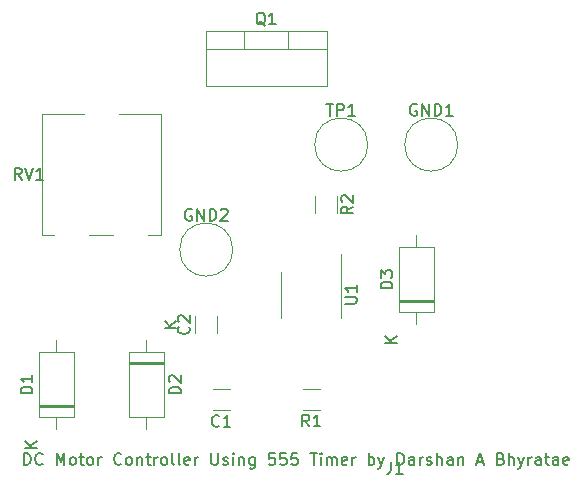
<source format=gbr>
%TF.GenerationSoftware,KiCad,Pcbnew,(5.1.9)-1*%
%TF.CreationDate,2021-03-24T11:57:43+05:30*%
%TF.ProjectId,dcmo,64636d6f-2e6b-4696-9361-645f70636258,rev?*%
%TF.SameCoordinates,Original*%
%TF.FileFunction,Legend,Top*%
%TF.FilePolarity,Positive*%
%FSLAX46Y46*%
G04 Gerber Fmt 4.6, Leading zero omitted, Abs format (unit mm)*
G04 Created by KiCad (PCBNEW (5.1.9)-1) date 2021-03-24 11:57:43*
%MOMM*%
%LPD*%
G01*
G04 APERTURE LIST*
%ADD10C,0.150000*%
%ADD11C,0.120000*%
G04 APERTURE END LIST*
D10*
X117922380Y-113482380D02*
X117922380Y-112482380D01*
X118160476Y-112482380D01*
X118303333Y-112530000D01*
X118398571Y-112625238D01*
X118446190Y-112720476D01*
X118493809Y-112910952D01*
X118493809Y-113053809D01*
X118446190Y-113244285D01*
X118398571Y-113339523D01*
X118303333Y-113434761D01*
X118160476Y-113482380D01*
X117922380Y-113482380D01*
X119493809Y-113387142D02*
X119446190Y-113434761D01*
X119303333Y-113482380D01*
X119208095Y-113482380D01*
X119065238Y-113434761D01*
X118970000Y-113339523D01*
X118922380Y-113244285D01*
X118874761Y-113053809D01*
X118874761Y-112910952D01*
X118922380Y-112720476D01*
X118970000Y-112625238D01*
X119065238Y-112530000D01*
X119208095Y-112482380D01*
X119303333Y-112482380D01*
X119446190Y-112530000D01*
X119493809Y-112577619D01*
X120684285Y-113482380D02*
X120684285Y-112482380D01*
X121017619Y-113196666D01*
X121350952Y-112482380D01*
X121350952Y-113482380D01*
X121970000Y-113482380D02*
X121874761Y-113434761D01*
X121827142Y-113387142D01*
X121779523Y-113291904D01*
X121779523Y-113006190D01*
X121827142Y-112910952D01*
X121874761Y-112863333D01*
X121970000Y-112815714D01*
X122112857Y-112815714D01*
X122208095Y-112863333D01*
X122255714Y-112910952D01*
X122303333Y-113006190D01*
X122303333Y-113291904D01*
X122255714Y-113387142D01*
X122208095Y-113434761D01*
X122112857Y-113482380D01*
X121970000Y-113482380D01*
X122589047Y-112815714D02*
X122970000Y-112815714D01*
X122731904Y-112482380D02*
X122731904Y-113339523D01*
X122779523Y-113434761D01*
X122874761Y-113482380D01*
X122970000Y-113482380D01*
X123446190Y-113482380D02*
X123350952Y-113434761D01*
X123303333Y-113387142D01*
X123255714Y-113291904D01*
X123255714Y-113006190D01*
X123303333Y-112910952D01*
X123350952Y-112863333D01*
X123446190Y-112815714D01*
X123589047Y-112815714D01*
X123684285Y-112863333D01*
X123731904Y-112910952D01*
X123779523Y-113006190D01*
X123779523Y-113291904D01*
X123731904Y-113387142D01*
X123684285Y-113434761D01*
X123589047Y-113482380D01*
X123446190Y-113482380D01*
X124208095Y-113482380D02*
X124208095Y-112815714D01*
X124208095Y-113006190D02*
X124255714Y-112910952D01*
X124303333Y-112863333D01*
X124398571Y-112815714D01*
X124493809Y-112815714D01*
X126160476Y-113387142D02*
X126112857Y-113434761D01*
X125970000Y-113482380D01*
X125874761Y-113482380D01*
X125731904Y-113434761D01*
X125636666Y-113339523D01*
X125589047Y-113244285D01*
X125541428Y-113053809D01*
X125541428Y-112910952D01*
X125589047Y-112720476D01*
X125636666Y-112625238D01*
X125731904Y-112530000D01*
X125874761Y-112482380D01*
X125970000Y-112482380D01*
X126112857Y-112530000D01*
X126160476Y-112577619D01*
X126731904Y-113482380D02*
X126636666Y-113434761D01*
X126589047Y-113387142D01*
X126541428Y-113291904D01*
X126541428Y-113006190D01*
X126589047Y-112910952D01*
X126636666Y-112863333D01*
X126731904Y-112815714D01*
X126874761Y-112815714D01*
X126970000Y-112863333D01*
X127017619Y-112910952D01*
X127065238Y-113006190D01*
X127065238Y-113291904D01*
X127017619Y-113387142D01*
X126970000Y-113434761D01*
X126874761Y-113482380D01*
X126731904Y-113482380D01*
X127493809Y-112815714D02*
X127493809Y-113482380D01*
X127493809Y-112910952D02*
X127541428Y-112863333D01*
X127636666Y-112815714D01*
X127779523Y-112815714D01*
X127874761Y-112863333D01*
X127922380Y-112958571D01*
X127922380Y-113482380D01*
X128255714Y-112815714D02*
X128636666Y-112815714D01*
X128398571Y-112482380D02*
X128398571Y-113339523D01*
X128446190Y-113434761D01*
X128541428Y-113482380D01*
X128636666Y-113482380D01*
X128970000Y-113482380D02*
X128970000Y-112815714D01*
X128970000Y-113006190D02*
X129017619Y-112910952D01*
X129065238Y-112863333D01*
X129160476Y-112815714D01*
X129255714Y-112815714D01*
X129731904Y-113482380D02*
X129636666Y-113434761D01*
X129589047Y-113387142D01*
X129541428Y-113291904D01*
X129541428Y-113006190D01*
X129589047Y-112910952D01*
X129636666Y-112863333D01*
X129731904Y-112815714D01*
X129874761Y-112815714D01*
X129970000Y-112863333D01*
X130017619Y-112910952D01*
X130065238Y-113006190D01*
X130065238Y-113291904D01*
X130017619Y-113387142D01*
X129970000Y-113434761D01*
X129874761Y-113482380D01*
X129731904Y-113482380D01*
X130636666Y-113482380D02*
X130541428Y-113434761D01*
X130493809Y-113339523D01*
X130493809Y-112482380D01*
X131160476Y-113482380D02*
X131065238Y-113434761D01*
X131017619Y-113339523D01*
X131017619Y-112482380D01*
X131922380Y-113434761D02*
X131827142Y-113482380D01*
X131636666Y-113482380D01*
X131541428Y-113434761D01*
X131493809Y-113339523D01*
X131493809Y-112958571D01*
X131541428Y-112863333D01*
X131636666Y-112815714D01*
X131827142Y-112815714D01*
X131922380Y-112863333D01*
X131970000Y-112958571D01*
X131970000Y-113053809D01*
X131493809Y-113149047D01*
X132398571Y-113482380D02*
X132398571Y-112815714D01*
X132398571Y-113006190D02*
X132446190Y-112910952D01*
X132493809Y-112863333D01*
X132589047Y-112815714D01*
X132684285Y-112815714D01*
X133779523Y-112482380D02*
X133779523Y-113291904D01*
X133827142Y-113387142D01*
X133874761Y-113434761D01*
X133970000Y-113482380D01*
X134160476Y-113482380D01*
X134255714Y-113434761D01*
X134303333Y-113387142D01*
X134350952Y-113291904D01*
X134350952Y-112482380D01*
X134779523Y-113434761D02*
X134874761Y-113482380D01*
X135065238Y-113482380D01*
X135160476Y-113434761D01*
X135208095Y-113339523D01*
X135208095Y-113291904D01*
X135160476Y-113196666D01*
X135065238Y-113149047D01*
X134922380Y-113149047D01*
X134827142Y-113101428D01*
X134779523Y-113006190D01*
X134779523Y-112958571D01*
X134827142Y-112863333D01*
X134922380Y-112815714D01*
X135065238Y-112815714D01*
X135160476Y-112863333D01*
X135636666Y-113482380D02*
X135636666Y-112815714D01*
X135636666Y-112482380D02*
X135589047Y-112530000D01*
X135636666Y-112577619D01*
X135684285Y-112530000D01*
X135636666Y-112482380D01*
X135636666Y-112577619D01*
X136112857Y-112815714D02*
X136112857Y-113482380D01*
X136112857Y-112910952D02*
X136160476Y-112863333D01*
X136255714Y-112815714D01*
X136398571Y-112815714D01*
X136493809Y-112863333D01*
X136541428Y-112958571D01*
X136541428Y-113482380D01*
X137446190Y-112815714D02*
X137446190Y-113625238D01*
X137398571Y-113720476D01*
X137350952Y-113768095D01*
X137255714Y-113815714D01*
X137112857Y-113815714D01*
X137017619Y-113768095D01*
X137446190Y-113434761D02*
X137350952Y-113482380D01*
X137160476Y-113482380D01*
X137065238Y-113434761D01*
X137017619Y-113387142D01*
X136970000Y-113291904D01*
X136970000Y-113006190D01*
X137017619Y-112910952D01*
X137065238Y-112863333D01*
X137160476Y-112815714D01*
X137350952Y-112815714D01*
X137446190Y-112863333D01*
X139160476Y-112482380D02*
X138684285Y-112482380D01*
X138636666Y-112958571D01*
X138684285Y-112910952D01*
X138779523Y-112863333D01*
X139017619Y-112863333D01*
X139112857Y-112910952D01*
X139160476Y-112958571D01*
X139208095Y-113053809D01*
X139208095Y-113291904D01*
X139160476Y-113387142D01*
X139112857Y-113434761D01*
X139017619Y-113482380D01*
X138779523Y-113482380D01*
X138684285Y-113434761D01*
X138636666Y-113387142D01*
X140112857Y-112482380D02*
X139636666Y-112482380D01*
X139589047Y-112958571D01*
X139636666Y-112910952D01*
X139731904Y-112863333D01*
X139970000Y-112863333D01*
X140065238Y-112910952D01*
X140112857Y-112958571D01*
X140160476Y-113053809D01*
X140160476Y-113291904D01*
X140112857Y-113387142D01*
X140065238Y-113434761D01*
X139970000Y-113482380D01*
X139731904Y-113482380D01*
X139636666Y-113434761D01*
X139589047Y-113387142D01*
X141065238Y-112482380D02*
X140589047Y-112482380D01*
X140541428Y-112958571D01*
X140589047Y-112910952D01*
X140684285Y-112863333D01*
X140922380Y-112863333D01*
X141017619Y-112910952D01*
X141065238Y-112958571D01*
X141112857Y-113053809D01*
X141112857Y-113291904D01*
X141065238Y-113387142D01*
X141017619Y-113434761D01*
X140922380Y-113482380D01*
X140684285Y-113482380D01*
X140589047Y-113434761D01*
X140541428Y-113387142D01*
X142160476Y-112482380D02*
X142731904Y-112482380D01*
X142446190Y-113482380D02*
X142446190Y-112482380D01*
X143065238Y-113482380D02*
X143065238Y-112815714D01*
X143065238Y-112482380D02*
X143017619Y-112530000D01*
X143065238Y-112577619D01*
X143112857Y-112530000D01*
X143065238Y-112482380D01*
X143065238Y-112577619D01*
X143541428Y-113482380D02*
X143541428Y-112815714D01*
X143541428Y-112910952D02*
X143589047Y-112863333D01*
X143684285Y-112815714D01*
X143827142Y-112815714D01*
X143922380Y-112863333D01*
X143970000Y-112958571D01*
X143970000Y-113482380D01*
X143970000Y-112958571D02*
X144017619Y-112863333D01*
X144112857Y-112815714D01*
X144255714Y-112815714D01*
X144350952Y-112863333D01*
X144398571Y-112958571D01*
X144398571Y-113482380D01*
X145255714Y-113434761D02*
X145160476Y-113482380D01*
X144970000Y-113482380D01*
X144874761Y-113434761D01*
X144827142Y-113339523D01*
X144827142Y-112958571D01*
X144874761Y-112863333D01*
X144970000Y-112815714D01*
X145160476Y-112815714D01*
X145255714Y-112863333D01*
X145303333Y-112958571D01*
X145303333Y-113053809D01*
X144827142Y-113149047D01*
X145731904Y-113482380D02*
X145731904Y-112815714D01*
X145731904Y-113006190D02*
X145779523Y-112910952D01*
X145827142Y-112863333D01*
X145922380Y-112815714D01*
X146017619Y-112815714D01*
X147112857Y-113482380D02*
X147112857Y-112482380D01*
X147112857Y-112863333D02*
X147208095Y-112815714D01*
X147398571Y-112815714D01*
X147493809Y-112863333D01*
X147541428Y-112910952D01*
X147589047Y-113006190D01*
X147589047Y-113291904D01*
X147541428Y-113387142D01*
X147493809Y-113434761D01*
X147398571Y-113482380D01*
X147208095Y-113482380D01*
X147112857Y-113434761D01*
X147922380Y-112815714D02*
X148160476Y-113482380D01*
X148398571Y-112815714D02*
X148160476Y-113482380D01*
X148065238Y-113720476D01*
X148017619Y-113768095D01*
X147922380Y-113815714D01*
X149541428Y-113482380D02*
X149541428Y-112482380D01*
X149779523Y-112482380D01*
X149922380Y-112530000D01*
X150017619Y-112625238D01*
X150065238Y-112720476D01*
X150112857Y-112910952D01*
X150112857Y-113053809D01*
X150065238Y-113244285D01*
X150017619Y-113339523D01*
X149922380Y-113434761D01*
X149779523Y-113482380D01*
X149541428Y-113482380D01*
X150970000Y-113482380D02*
X150970000Y-112958571D01*
X150922380Y-112863333D01*
X150827142Y-112815714D01*
X150636666Y-112815714D01*
X150541428Y-112863333D01*
X150970000Y-113434761D02*
X150874761Y-113482380D01*
X150636666Y-113482380D01*
X150541428Y-113434761D01*
X150493809Y-113339523D01*
X150493809Y-113244285D01*
X150541428Y-113149047D01*
X150636666Y-113101428D01*
X150874761Y-113101428D01*
X150970000Y-113053809D01*
X151446190Y-113482380D02*
X151446190Y-112815714D01*
X151446190Y-113006190D02*
X151493809Y-112910952D01*
X151541428Y-112863333D01*
X151636666Y-112815714D01*
X151731904Y-112815714D01*
X152017619Y-113434761D02*
X152112857Y-113482380D01*
X152303333Y-113482380D01*
X152398571Y-113434761D01*
X152446190Y-113339523D01*
X152446190Y-113291904D01*
X152398571Y-113196666D01*
X152303333Y-113149047D01*
X152160476Y-113149047D01*
X152065238Y-113101428D01*
X152017619Y-113006190D01*
X152017619Y-112958571D01*
X152065238Y-112863333D01*
X152160476Y-112815714D01*
X152303333Y-112815714D01*
X152398571Y-112863333D01*
X152874761Y-113482380D02*
X152874761Y-112482380D01*
X153303333Y-113482380D02*
X153303333Y-112958571D01*
X153255714Y-112863333D01*
X153160476Y-112815714D01*
X153017619Y-112815714D01*
X152922380Y-112863333D01*
X152874761Y-112910952D01*
X154208095Y-113482380D02*
X154208095Y-112958571D01*
X154160476Y-112863333D01*
X154065238Y-112815714D01*
X153874761Y-112815714D01*
X153779523Y-112863333D01*
X154208095Y-113434761D02*
X154112857Y-113482380D01*
X153874761Y-113482380D01*
X153779523Y-113434761D01*
X153731904Y-113339523D01*
X153731904Y-113244285D01*
X153779523Y-113149047D01*
X153874761Y-113101428D01*
X154112857Y-113101428D01*
X154208095Y-113053809D01*
X154684285Y-112815714D02*
X154684285Y-113482380D01*
X154684285Y-112910952D02*
X154731904Y-112863333D01*
X154827142Y-112815714D01*
X154970000Y-112815714D01*
X155065238Y-112863333D01*
X155112857Y-112958571D01*
X155112857Y-113482380D01*
X156303333Y-113196666D02*
X156779523Y-113196666D01*
X156208095Y-113482380D02*
X156541428Y-112482380D01*
X156874761Y-113482380D01*
X158303333Y-112958571D02*
X158446190Y-113006190D01*
X158493809Y-113053809D01*
X158541428Y-113149047D01*
X158541428Y-113291904D01*
X158493809Y-113387142D01*
X158446190Y-113434761D01*
X158350952Y-113482380D01*
X157970000Y-113482380D01*
X157970000Y-112482380D01*
X158303333Y-112482380D01*
X158398571Y-112530000D01*
X158446190Y-112577619D01*
X158493809Y-112672857D01*
X158493809Y-112768095D01*
X158446190Y-112863333D01*
X158398571Y-112910952D01*
X158303333Y-112958571D01*
X157970000Y-112958571D01*
X158970000Y-113482380D02*
X158970000Y-112482380D01*
X159398571Y-113482380D02*
X159398571Y-112958571D01*
X159350952Y-112863333D01*
X159255714Y-112815714D01*
X159112857Y-112815714D01*
X159017619Y-112863333D01*
X158970000Y-112910952D01*
X159779523Y-112815714D02*
X160017619Y-113482380D01*
X160255714Y-112815714D02*
X160017619Y-113482380D01*
X159922380Y-113720476D01*
X159874761Y-113768095D01*
X159779523Y-113815714D01*
X160636666Y-113482380D02*
X160636666Y-112815714D01*
X160636666Y-113006190D02*
X160684285Y-112910952D01*
X160731904Y-112863333D01*
X160827142Y-112815714D01*
X160922380Y-112815714D01*
X161684285Y-113482380D02*
X161684285Y-112958571D01*
X161636666Y-112863333D01*
X161541428Y-112815714D01*
X161350952Y-112815714D01*
X161255714Y-112863333D01*
X161684285Y-113434761D02*
X161589047Y-113482380D01*
X161350952Y-113482380D01*
X161255714Y-113434761D01*
X161208095Y-113339523D01*
X161208095Y-113244285D01*
X161255714Y-113149047D01*
X161350952Y-113101428D01*
X161589047Y-113101428D01*
X161684285Y-113053809D01*
X162017619Y-112815714D02*
X162398571Y-112815714D01*
X162160476Y-112482380D02*
X162160476Y-113339523D01*
X162208095Y-113434761D01*
X162303333Y-113482380D01*
X162398571Y-113482380D01*
X163160476Y-113482380D02*
X163160476Y-112958571D01*
X163112857Y-112863333D01*
X163017619Y-112815714D01*
X162827142Y-112815714D01*
X162731904Y-112863333D01*
X163160476Y-113434761D02*
X163065238Y-113482380D01*
X162827142Y-113482380D01*
X162731904Y-113434761D01*
X162684285Y-113339523D01*
X162684285Y-113244285D01*
X162731904Y-113149047D01*
X162827142Y-113101428D01*
X163065238Y-113101428D01*
X163160476Y-113053809D01*
X164017619Y-113434761D02*
X163922380Y-113482380D01*
X163731904Y-113482380D01*
X163636666Y-113434761D01*
X163589047Y-113339523D01*
X163589047Y-112958571D01*
X163636666Y-112863333D01*
X163731904Y-112815714D01*
X163922380Y-112815714D01*
X164017619Y-112863333D01*
X164065238Y-112958571D01*
X164065238Y-113053809D01*
X163589047Y-113149047D01*
D11*
%TO.C,U1*%
X144800000Y-99060000D02*
X144800000Y-95610000D01*
X144800000Y-99060000D02*
X144800000Y-101010000D01*
X139680000Y-99060000D02*
X139680000Y-97110000D01*
X139680000Y-99060000D02*
X139680000Y-101010000D01*
%TO.C,TP1*%
X147030000Y-86360000D02*
G75*
G03*
X147030000Y-86360000I-2250000J0D01*
G01*
%TO.C,RV1*%
X119439000Y-94020000D02*
X119439000Y-83780000D01*
X129480000Y-94020000D02*
X129480000Y-83780000D01*
X119439000Y-94020000D02*
X120469000Y-94020000D01*
X123451000Y-94020000D02*
X125470000Y-94020000D01*
X128450000Y-94020000D02*
X129480000Y-94020000D01*
X119439000Y-83780000D02*
X122970000Y-83780000D01*
X125950000Y-83780000D02*
X129480000Y-83780000D01*
%TO.C,R2*%
X144420000Y-90712936D02*
X144420000Y-92167064D01*
X142600000Y-90712936D02*
X142600000Y-92167064D01*
%TO.C,R1*%
X142967064Y-108860000D02*
X141512936Y-108860000D01*
X142967064Y-107040000D02*
X141512936Y-107040000D01*
%TO.C,Q1*%
X133310000Y-76740000D02*
X143550000Y-76740000D01*
X133310000Y-81381000D02*
X143550000Y-81381000D01*
X133310000Y-76740000D02*
X133310000Y-81381000D01*
X143550000Y-76740000D02*
X143550000Y-81381000D01*
X133310000Y-78250000D02*
X143550000Y-78250000D01*
X136580000Y-76740000D02*
X136580000Y-78250000D01*
X140281000Y-76740000D02*
X140281000Y-78250000D01*
%TO.C,GND2*%
X135600000Y-95250000D02*
G75*
G03*
X135600000Y-95250000I-2250000J0D01*
G01*
%TO.C,GND1*%
X154650000Y-86360000D02*
G75*
G03*
X154650000Y-86360000I-2250000J0D01*
G01*
%TO.C,D3*%
X149660000Y-100510000D02*
X152600000Y-100510000D01*
X152600000Y-100510000D02*
X152600000Y-95070000D01*
X152600000Y-95070000D02*
X149660000Y-95070000D01*
X149660000Y-95070000D02*
X149660000Y-100510000D01*
X151130000Y-101530000D02*
X151130000Y-100510000D01*
X151130000Y-94050000D02*
X151130000Y-95070000D01*
X149660000Y-99610000D02*
X152600000Y-99610000D01*
X149660000Y-99490000D02*
X152600000Y-99490000D01*
X149660000Y-99730000D02*
X152600000Y-99730000D01*
%TO.C,D2*%
X129740000Y-103960000D02*
X126800000Y-103960000D01*
X126800000Y-103960000D02*
X126800000Y-109400000D01*
X126800000Y-109400000D02*
X129740000Y-109400000D01*
X129740000Y-109400000D02*
X129740000Y-103960000D01*
X128270000Y-102940000D02*
X128270000Y-103960000D01*
X128270000Y-110420000D02*
X128270000Y-109400000D01*
X129740000Y-104860000D02*
X126800000Y-104860000D01*
X129740000Y-104980000D02*
X126800000Y-104980000D01*
X129740000Y-104740000D02*
X126800000Y-104740000D01*
%TO.C,D1*%
X119180000Y-109400000D02*
X122120000Y-109400000D01*
X122120000Y-109400000D02*
X122120000Y-103960000D01*
X122120000Y-103960000D02*
X119180000Y-103960000D01*
X119180000Y-103960000D02*
X119180000Y-109400000D01*
X120650000Y-110420000D02*
X120650000Y-109400000D01*
X120650000Y-102940000D02*
X120650000Y-103960000D01*
X119180000Y-108500000D02*
X122120000Y-108500000D01*
X119180000Y-108380000D02*
X122120000Y-108380000D01*
X119180000Y-108620000D02*
X122120000Y-108620000D01*
%TO.C,C2*%
X132440000Y-102311252D02*
X132440000Y-100888748D01*
X134260000Y-102311252D02*
X134260000Y-100888748D01*
%TO.C,C1*%
X135331252Y-108860000D02*
X133908748Y-108860000D01*
X135331252Y-107040000D02*
X133908748Y-107040000D01*
%TO.C,U1*%
D10*
X145092380Y-99821904D02*
X145901904Y-99821904D01*
X145997142Y-99774285D01*
X146044761Y-99726666D01*
X146092380Y-99631428D01*
X146092380Y-99440952D01*
X146044761Y-99345714D01*
X145997142Y-99298095D01*
X145901904Y-99250476D01*
X145092380Y-99250476D01*
X146092380Y-98250476D02*
X146092380Y-98821904D01*
X146092380Y-98536190D02*
X145092380Y-98536190D01*
X145235238Y-98631428D01*
X145330476Y-98726666D01*
X145378095Y-98821904D01*
%TO.C,TP1*%
X143518095Y-82914380D02*
X144089523Y-82914380D01*
X143803809Y-83914380D02*
X143803809Y-82914380D01*
X144422857Y-83914380D02*
X144422857Y-82914380D01*
X144803809Y-82914380D01*
X144899047Y-82962000D01*
X144946666Y-83009619D01*
X144994285Y-83104857D01*
X144994285Y-83247714D01*
X144946666Y-83342952D01*
X144899047Y-83390571D01*
X144803809Y-83438190D01*
X144422857Y-83438190D01*
X145946666Y-83914380D02*
X145375238Y-83914380D01*
X145660952Y-83914380D02*
X145660952Y-82914380D01*
X145565714Y-83057238D01*
X145470476Y-83152476D01*
X145375238Y-83200095D01*
%TO.C,RV1*%
X117714761Y-89352380D02*
X117381428Y-88876190D01*
X117143333Y-89352380D02*
X117143333Y-88352380D01*
X117524285Y-88352380D01*
X117619523Y-88400000D01*
X117667142Y-88447619D01*
X117714761Y-88542857D01*
X117714761Y-88685714D01*
X117667142Y-88780952D01*
X117619523Y-88828571D01*
X117524285Y-88876190D01*
X117143333Y-88876190D01*
X118000476Y-88352380D02*
X118333809Y-89352380D01*
X118667142Y-88352380D01*
X119524285Y-89352380D02*
X118952857Y-89352380D01*
X119238571Y-89352380D02*
X119238571Y-88352380D01*
X119143333Y-88495238D01*
X119048095Y-88590476D01*
X118952857Y-88638095D01*
%TO.C,R2*%
X145782380Y-91606666D02*
X145306190Y-91940000D01*
X145782380Y-92178095D02*
X144782380Y-92178095D01*
X144782380Y-91797142D01*
X144830000Y-91701904D01*
X144877619Y-91654285D01*
X144972857Y-91606666D01*
X145115714Y-91606666D01*
X145210952Y-91654285D01*
X145258571Y-91701904D01*
X145306190Y-91797142D01*
X145306190Y-92178095D01*
X144877619Y-91225714D02*
X144830000Y-91178095D01*
X144782380Y-91082857D01*
X144782380Y-90844761D01*
X144830000Y-90749523D01*
X144877619Y-90701904D01*
X144972857Y-90654285D01*
X145068095Y-90654285D01*
X145210952Y-90701904D01*
X145782380Y-91273333D01*
X145782380Y-90654285D01*
%TO.C,R1*%
X142073333Y-110222380D02*
X141740000Y-109746190D01*
X141501904Y-110222380D02*
X141501904Y-109222380D01*
X141882857Y-109222380D01*
X141978095Y-109270000D01*
X142025714Y-109317619D01*
X142073333Y-109412857D01*
X142073333Y-109555714D01*
X142025714Y-109650952D01*
X141978095Y-109698571D01*
X141882857Y-109746190D01*
X141501904Y-109746190D01*
X143025714Y-110222380D02*
X142454285Y-110222380D01*
X142740000Y-110222380D02*
X142740000Y-109222380D01*
X142644761Y-109365238D01*
X142549523Y-109460476D01*
X142454285Y-109508095D01*
%TO.C,Q1*%
X138334761Y-76287619D02*
X138239523Y-76240000D01*
X138144285Y-76144761D01*
X138001428Y-76001904D01*
X137906190Y-75954285D01*
X137810952Y-75954285D01*
X137858571Y-76192380D02*
X137763333Y-76144761D01*
X137668095Y-76049523D01*
X137620476Y-75859047D01*
X137620476Y-75525714D01*
X137668095Y-75335238D01*
X137763333Y-75240000D01*
X137858571Y-75192380D01*
X138049047Y-75192380D01*
X138144285Y-75240000D01*
X138239523Y-75335238D01*
X138287142Y-75525714D01*
X138287142Y-75859047D01*
X138239523Y-76049523D01*
X138144285Y-76144761D01*
X138049047Y-76192380D01*
X137858571Y-76192380D01*
X139239523Y-76192380D02*
X138668095Y-76192380D01*
X138953809Y-76192380D02*
X138953809Y-75192380D01*
X138858571Y-75335238D01*
X138763333Y-75430476D01*
X138668095Y-75478095D01*
%TO.C,J1*%
X148996666Y-113212380D02*
X148996666Y-113926666D01*
X148949047Y-114069523D01*
X148853809Y-114164761D01*
X148710952Y-114212380D01*
X148615714Y-114212380D01*
X149996666Y-114212380D02*
X149425238Y-114212380D01*
X149710952Y-114212380D02*
X149710952Y-113212380D01*
X149615714Y-113355238D01*
X149520476Y-113450476D01*
X149425238Y-113498095D01*
%TO.C,GND2*%
X132111904Y-91852000D02*
X132016666Y-91804380D01*
X131873809Y-91804380D01*
X131730952Y-91852000D01*
X131635714Y-91947238D01*
X131588095Y-92042476D01*
X131540476Y-92232952D01*
X131540476Y-92375809D01*
X131588095Y-92566285D01*
X131635714Y-92661523D01*
X131730952Y-92756761D01*
X131873809Y-92804380D01*
X131969047Y-92804380D01*
X132111904Y-92756761D01*
X132159523Y-92709142D01*
X132159523Y-92375809D01*
X131969047Y-92375809D01*
X132588095Y-92804380D02*
X132588095Y-91804380D01*
X133159523Y-92804380D01*
X133159523Y-91804380D01*
X133635714Y-92804380D02*
X133635714Y-91804380D01*
X133873809Y-91804380D01*
X134016666Y-91852000D01*
X134111904Y-91947238D01*
X134159523Y-92042476D01*
X134207142Y-92232952D01*
X134207142Y-92375809D01*
X134159523Y-92566285D01*
X134111904Y-92661523D01*
X134016666Y-92756761D01*
X133873809Y-92804380D01*
X133635714Y-92804380D01*
X134588095Y-91899619D02*
X134635714Y-91852000D01*
X134730952Y-91804380D01*
X134969047Y-91804380D01*
X135064285Y-91852000D01*
X135111904Y-91899619D01*
X135159523Y-91994857D01*
X135159523Y-92090095D01*
X135111904Y-92232952D01*
X134540476Y-92804380D01*
X135159523Y-92804380D01*
%TO.C,GND1*%
X151161904Y-82962000D02*
X151066666Y-82914380D01*
X150923809Y-82914380D01*
X150780952Y-82962000D01*
X150685714Y-83057238D01*
X150638095Y-83152476D01*
X150590476Y-83342952D01*
X150590476Y-83485809D01*
X150638095Y-83676285D01*
X150685714Y-83771523D01*
X150780952Y-83866761D01*
X150923809Y-83914380D01*
X151019047Y-83914380D01*
X151161904Y-83866761D01*
X151209523Y-83819142D01*
X151209523Y-83485809D01*
X151019047Y-83485809D01*
X151638095Y-83914380D02*
X151638095Y-82914380D01*
X152209523Y-83914380D01*
X152209523Y-82914380D01*
X152685714Y-83914380D02*
X152685714Y-82914380D01*
X152923809Y-82914380D01*
X153066666Y-82962000D01*
X153161904Y-83057238D01*
X153209523Y-83152476D01*
X153257142Y-83342952D01*
X153257142Y-83485809D01*
X153209523Y-83676285D01*
X153161904Y-83771523D01*
X153066666Y-83866761D01*
X152923809Y-83914380D01*
X152685714Y-83914380D01*
X154209523Y-83914380D02*
X153638095Y-83914380D01*
X153923809Y-83914380D02*
X153923809Y-82914380D01*
X153828571Y-83057238D01*
X153733333Y-83152476D01*
X153638095Y-83200095D01*
%TO.C,D3*%
X149112380Y-98528095D02*
X148112380Y-98528095D01*
X148112380Y-98290000D01*
X148160000Y-98147142D01*
X148255238Y-98051904D01*
X148350476Y-98004285D01*
X148540952Y-97956666D01*
X148683809Y-97956666D01*
X148874285Y-98004285D01*
X148969523Y-98051904D01*
X149064761Y-98147142D01*
X149112380Y-98290000D01*
X149112380Y-98528095D01*
X148112380Y-97623333D02*
X148112380Y-97004285D01*
X148493333Y-97337619D01*
X148493333Y-97194761D01*
X148540952Y-97099523D01*
X148588571Y-97051904D01*
X148683809Y-97004285D01*
X148921904Y-97004285D01*
X149017142Y-97051904D01*
X149064761Y-97099523D01*
X149112380Y-97194761D01*
X149112380Y-97480476D01*
X149064761Y-97575714D01*
X149017142Y-97623333D01*
X149482380Y-103131904D02*
X148482380Y-103131904D01*
X149482380Y-102560476D02*
X148910952Y-102989047D01*
X148482380Y-102560476D02*
X149053809Y-103131904D01*
%TO.C,D2*%
X131192380Y-107418095D02*
X130192380Y-107418095D01*
X130192380Y-107180000D01*
X130240000Y-107037142D01*
X130335238Y-106941904D01*
X130430476Y-106894285D01*
X130620952Y-106846666D01*
X130763809Y-106846666D01*
X130954285Y-106894285D01*
X131049523Y-106941904D01*
X131144761Y-107037142D01*
X131192380Y-107180000D01*
X131192380Y-107418095D01*
X130287619Y-106465714D02*
X130240000Y-106418095D01*
X130192380Y-106322857D01*
X130192380Y-106084761D01*
X130240000Y-105989523D01*
X130287619Y-105941904D01*
X130382857Y-105894285D01*
X130478095Y-105894285D01*
X130620952Y-105941904D01*
X131192380Y-106513333D01*
X131192380Y-105894285D01*
X130822380Y-101861904D02*
X129822380Y-101861904D01*
X130822380Y-101290476D02*
X130250952Y-101719047D01*
X129822380Y-101290476D02*
X130393809Y-101861904D01*
%TO.C,D1*%
X118632380Y-107418095D02*
X117632380Y-107418095D01*
X117632380Y-107180000D01*
X117680000Y-107037142D01*
X117775238Y-106941904D01*
X117870476Y-106894285D01*
X118060952Y-106846666D01*
X118203809Y-106846666D01*
X118394285Y-106894285D01*
X118489523Y-106941904D01*
X118584761Y-107037142D01*
X118632380Y-107180000D01*
X118632380Y-107418095D01*
X118632380Y-105894285D02*
X118632380Y-106465714D01*
X118632380Y-106180000D02*
X117632380Y-106180000D01*
X117775238Y-106275238D01*
X117870476Y-106370476D01*
X117918095Y-106465714D01*
X119002380Y-112021904D02*
X118002380Y-112021904D01*
X119002380Y-111450476D02*
X118430952Y-111879047D01*
X118002380Y-111450476D02*
X118573809Y-112021904D01*
%TO.C,C2*%
X131857142Y-101766666D02*
X131904761Y-101814285D01*
X131952380Y-101957142D01*
X131952380Y-102052380D01*
X131904761Y-102195238D01*
X131809523Y-102290476D01*
X131714285Y-102338095D01*
X131523809Y-102385714D01*
X131380952Y-102385714D01*
X131190476Y-102338095D01*
X131095238Y-102290476D01*
X131000000Y-102195238D01*
X130952380Y-102052380D01*
X130952380Y-101957142D01*
X131000000Y-101814285D01*
X131047619Y-101766666D01*
X131047619Y-101385714D02*
X131000000Y-101338095D01*
X130952380Y-101242857D01*
X130952380Y-101004761D01*
X131000000Y-100909523D01*
X131047619Y-100861904D01*
X131142857Y-100814285D01*
X131238095Y-100814285D01*
X131380952Y-100861904D01*
X131952380Y-101433333D01*
X131952380Y-100814285D01*
%TO.C,C1*%
X134453333Y-110157142D02*
X134405714Y-110204761D01*
X134262857Y-110252380D01*
X134167619Y-110252380D01*
X134024761Y-110204761D01*
X133929523Y-110109523D01*
X133881904Y-110014285D01*
X133834285Y-109823809D01*
X133834285Y-109680952D01*
X133881904Y-109490476D01*
X133929523Y-109395238D01*
X134024761Y-109300000D01*
X134167619Y-109252380D01*
X134262857Y-109252380D01*
X134405714Y-109300000D01*
X134453333Y-109347619D01*
X135405714Y-110252380D02*
X134834285Y-110252380D01*
X135120000Y-110252380D02*
X135120000Y-109252380D01*
X135024761Y-109395238D01*
X134929523Y-109490476D01*
X134834285Y-109538095D01*
%TD*%
M02*

</source>
